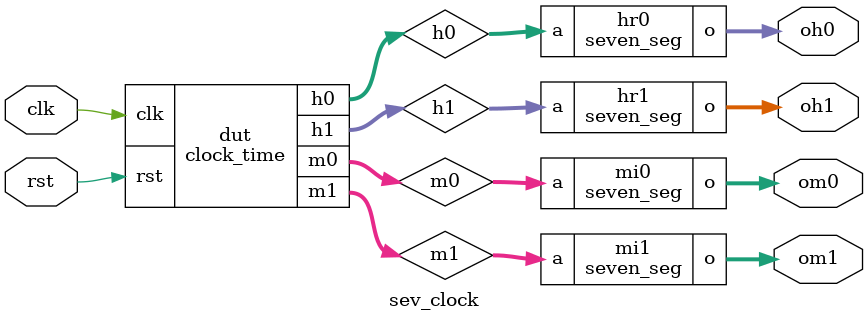
<source format=v>
module seven_seg(a,o);
	input [3:0]a;
	output reg [6:0]o;
	
	always@(*)
		case(a)
		4'd0 : o = 7'b1111110;
		4'd1 : o = 7'b0110000;
		4'd2 : o = 7'b1101101;
		4'd3 : o = 7'b1111001;
		4'd4 : o = 7'b0110011;
		4'd5 : o = 7'b1011011;
		4'd6 : o = 7'b1011111;
		4'd7 : o = 7'b1110000;
		4'd8 : o = 7'b1111111;
		4'd9 : o = 7'b1111011;
		default : o = 7'bxxxxxxx;
		endcase
endmodule
module clock_time(clk,rst,h1,h0,m1,m0);
	input clk,rst;
	output reg [3:0] h1,h0,m1,m0;
	
	always@(posedge clk)
		if(rst)
			m0 <= 0;
		else 
			if(m0 == 9)
				m0 <= 0;
			else
				m0 <= m0 +1;
	always@(posedge clk)
		if(rst)
			m1 <= 0;
		else 
			if(m0 == 9)
			    if(m1 == 5)
				m1 <= 0;
			    else
				m1 <= m1 +1;
	 

	always@(posedge clk)
		if(rst)
			{h1,h0} <= 0;
		else 
			if( m0 == 9 && m1 == 5)
				if({h1,h0} == 8'd23)
					{h1,h0} <= 0;
			else
              if(h0 == 9) begin
                 h0<=0;
                 h1<= h1 +1;
              end
  			else
				h0 <= h0 +1'b1;

endmodule	

module sev_clock(clk,rst,oh1,oh0,om1,om0);
  input clk,rst;
  output [6:0]oh1,oh0,om1,om0;
  reg [3:0] h1,h0,m1,m0;
  clock_time dut (clk,rst,h1,h0,m1,m0);
  
  seven_seg hr1(h1,oh1);
  seven_seg hr0(h0,oh0);
  seven_seg mi1(m1,om1);
  seven_seg mi0(m0,om0);
endmodule
  
  

</source>
